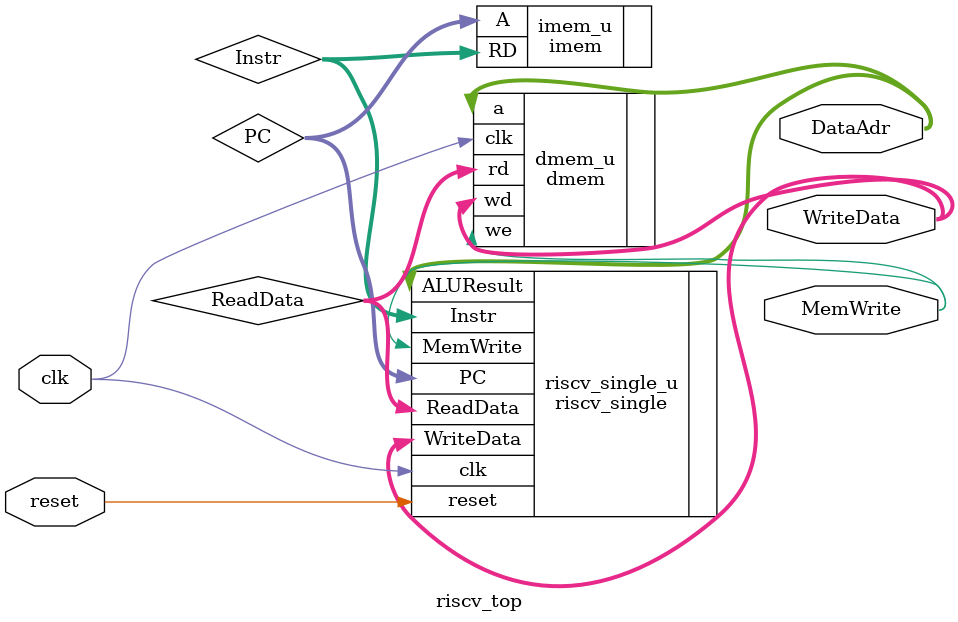
<source format=v>
`timescale 1ns / 1ps


module riscv_top(
    input               clk,
    input               reset,
    output              MemWrite,//存储器写信号输出
    output      [31:0]  DataAdr,//数据地址输出
    output      [31:0]  WriteData//写入数据输出
               
    );
    wire  [31:0] PC, Instr, ReadData;
    riscv_single riscv_single_u(
     .clk                   (clk)       , 
     .reset                 (reset)     , 
     .PC                    (PC)        ,//存储程序计数器（PC）
     .Instr                 (Instr)     , 
     .MemWrite              (MemWrite)  ,
     .ALUResult             (DataAdr) ,  
     .WriteData             (WriteData) , 
     .ReadData              (ReadData)
    );
    imem imem_u(
     .A                     (PC)        ,
     .RD                    (Instr)//存储指令（Instr）
    );
    dmem dmem_u(
    . clk                   (clk)       , 
    . we                    (MemWrite)  , 
    . a                     (DataAdr)   , 
    . wd                    (WriteData) , 
    . rd                    (ReadData)//存储读出的数据 （ReadData）
    );
    
    
    
    
    
    
    
endmodule

</source>
